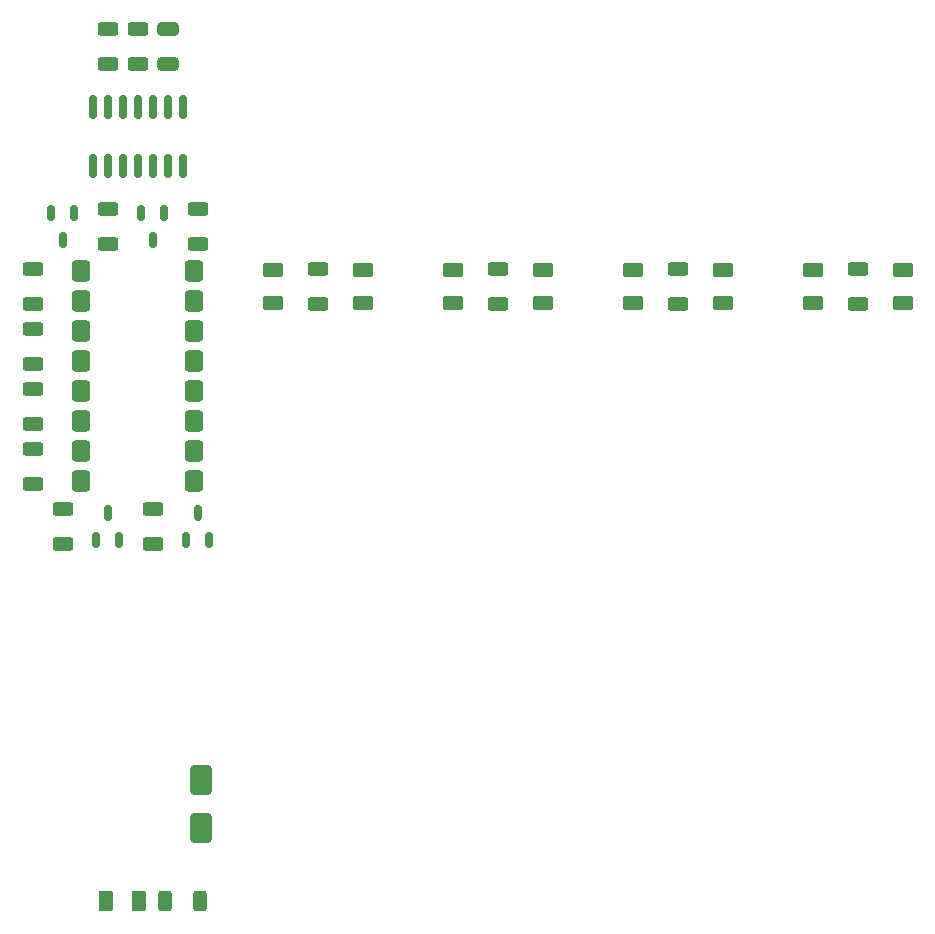
<source format=gbr>
%TF.GenerationSoftware,KiCad,Pcbnew,7.0.6*%
%TF.CreationDate,2023-07-18T18:02:52+08:00*%
%TF.ProjectId,RelayModuleMK1_KiCad,52656c61-794d-46f6-9475-6c654d4b315f,rev?*%
%TF.SameCoordinates,Original*%
%TF.FileFunction,Paste,Top*%
%TF.FilePolarity,Positive*%
%FSLAX46Y46*%
G04 Gerber Fmt 4.6, Leading zero omitted, Abs format (unit mm)*
G04 Created by KiCad (PCBNEW 7.0.6) date 2023-07-18 18:02:52*
%MOMM*%
%LPD*%
G01*
G04 APERTURE LIST*
G04 Aperture macros list*
%AMRoundRect*
0 Rectangle with rounded corners*
0 $1 Rounding radius*
0 $2 $3 $4 $5 $6 $7 $8 $9 X,Y pos of 4 corners*
0 Add a 4 corners polygon primitive as box body*
4,1,4,$2,$3,$4,$5,$6,$7,$8,$9,$2,$3,0*
0 Add four circle primitives for the rounded corners*
1,1,$1+$1,$2,$3*
1,1,$1+$1,$4,$5*
1,1,$1+$1,$6,$7*
1,1,$1+$1,$8,$9*
0 Add four rect primitives between the rounded corners*
20,1,$1+$1,$2,$3,$4,$5,0*
20,1,$1+$1,$4,$5,$6,$7,0*
20,1,$1+$1,$6,$7,$8,$9,0*
20,1,$1+$1,$8,$9,$2,$3,0*%
G04 Aperture macros list end*
%ADD10RoundRect,0.250000X-0.625000X0.375000X-0.625000X-0.375000X0.625000X-0.375000X0.625000X0.375000X0*%
%ADD11RoundRect,0.250000X0.625000X-0.375000X0.625000X0.375000X-0.625000X0.375000X-0.625000X-0.375000X0*%
%ADD12RoundRect,0.150000X0.150000X-0.512500X0.150000X0.512500X-0.150000X0.512500X-0.150000X-0.512500X0*%
%ADD13RoundRect,0.250000X-0.625000X0.312500X-0.625000X-0.312500X0.625000X-0.312500X0.625000X0.312500X0*%
%ADD14RoundRect,0.250000X0.625000X-0.312500X0.625000X0.312500X-0.625000X0.312500X-0.625000X-0.312500X0*%
%ADD15RoundRect,0.250000X0.650000X-0.325000X0.650000X0.325000X-0.650000X0.325000X-0.650000X-0.325000X0*%
%ADD16RoundRect,0.150000X-0.150000X0.512500X-0.150000X-0.512500X0.150000X-0.512500X0.150000X0.512500X0*%
%ADD17RoundRect,0.250000X-0.312500X-0.625000X0.312500X-0.625000X0.312500X0.625000X-0.312500X0.625000X0*%
%ADD18RoundRect,0.228000X-0.532000X-0.662000X0.532000X-0.662000X0.532000X0.662000X-0.532000X0.662000X0*%
%ADD19RoundRect,0.250000X-0.375000X-0.625000X0.375000X-0.625000X0.375000X0.625000X-0.375000X0.625000X0*%
%ADD20RoundRect,0.150000X-0.150000X0.825000X-0.150000X-0.825000X0.150000X-0.825000X0.150000X0.825000X0*%
%ADD21RoundRect,0.250000X0.650000X-1.000000X0.650000X1.000000X-0.650000X1.000000X-0.650000X-1.000000X0*%
G04 APERTURE END LIST*
D10*
%TO.C,DA2*%
X250190000Y-59560000D03*
X250190000Y-62360000D03*
%TD*%
D11*
%TO.C,DB3*%
X257810000Y-62360000D03*
X257810000Y-59560000D03*
%TD*%
D12*
%TO.C,Q1*%
X197170000Y-82417500D03*
X199070000Y-82417500D03*
X198120000Y-80142500D03*
%TD*%
D13*
%TO.C,R3*%
X194310000Y-79817500D03*
X194310000Y-82742500D03*
%TD*%
%TO.C,R4*%
X201930000Y-79817500D03*
X201930000Y-82742500D03*
%TD*%
D10*
%TO.C,DA1*%
X234950000Y-59560000D03*
X234950000Y-62360000D03*
%TD*%
D13*
%TO.C,R12*%
X261620000Y-59497500D03*
X261620000Y-62422500D03*
%TD*%
%TO.C,R13*%
X198120000Y-39177500D03*
X198120000Y-42102500D03*
%TD*%
D14*
%TO.C,R5*%
X191770000Y-72582500D03*
X191770000Y-69657500D03*
%TD*%
%TO.C,R11*%
X191770000Y-62422500D03*
X191770000Y-59497500D03*
%TD*%
D13*
%TO.C,R1*%
X191770000Y-74737500D03*
X191770000Y-77662500D03*
%TD*%
D10*
%TO.C,DA3*%
X265430000Y-59560000D03*
X265430000Y-62360000D03*
%TD*%
D15*
%TO.C,C1*%
X203200000Y-42115000D03*
X203200000Y-39165000D03*
%TD*%
D16*
%TO.C,Q4*%
X195260000Y-54742500D03*
X193360000Y-54742500D03*
X194310000Y-57017500D03*
%TD*%
D13*
%TO.C,R8*%
X191770000Y-64577500D03*
X191770000Y-67502500D03*
%TD*%
D12*
%TO.C,Q2*%
X204790000Y-82417500D03*
X206690000Y-82417500D03*
X205740000Y-80142500D03*
%TD*%
D16*
%TO.C,Q3*%
X202880000Y-54742500D03*
X200980000Y-54742500D03*
X201930000Y-57017500D03*
%TD*%
D14*
%TO.C,R7*%
X205740000Y-57342500D03*
X205740000Y-54417500D03*
%TD*%
D11*
%TO.C,DB2*%
X242570000Y-62360000D03*
X242570000Y-59560000D03*
%TD*%
D14*
%TO.C,R14*%
X200660000Y-42102500D03*
X200660000Y-39177500D03*
%TD*%
D17*
%TO.C,R15*%
X203007500Y-113030000D03*
X205932500Y-113030000D03*
%TD*%
D11*
%TO.C,DB0*%
X212090000Y-62360000D03*
X212090000Y-59560000D03*
%TD*%
%TO.C,DB1*%
X227330000Y-62360000D03*
X227330000Y-59560000D03*
%TD*%
D18*
%TO.C,U1*%
X195900000Y-59690000D03*
X195900000Y-62230000D03*
X195900000Y-64770000D03*
X195900000Y-67310000D03*
X195900000Y-69850000D03*
X195900000Y-72390000D03*
X195900000Y-74930000D03*
X195900000Y-77470000D03*
X205420000Y-77470000D03*
X205420000Y-74930000D03*
X205420000Y-72390000D03*
X205420000Y-69850000D03*
X205420000Y-67310000D03*
X205420000Y-64770000D03*
X205420000Y-62230000D03*
X205420000Y-59690000D03*
%TD*%
D13*
%TO.C,R6*%
X231140000Y-59497500D03*
X231140000Y-62422500D03*
%TD*%
D19*
%TO.C,D2*%
X197990000Y-113030000D03*
X200790000Y-113030000D03*
%TD*%
D13*
%TO.C,R2*%
X215900000Y-59497500D03*
X215900000Y-62422500D03*
%TD*%
%TO.C,R9*%
X246380000Y-59497500D03*
X246380000Y-62422500D03*
%TD*%
D20*
%TO.C,U2*%
X204470000Y-45785000D03*
X203200000Y-45785000D03*
X201930000Y-45785000D03*
X200660000Y-45785000D03*
X199390000Y-45785000D03*
X198120000Y-45785000D03*
X196850000Y-45785000D03*
X196850000Y-50735000D03*
X198120000Y-50735000D03*
X199390000Y-50735000D03*
X200660000Y-50735000D03*
X201930000Y-50735000D03*
X203200000Y-50735000D03*
X204470000Y-50735000D03*
%TD*%
D21*
%TO.C,D1*%
X206057500Y-106775000D03*
X206057500Y-102775000D03*
%TD*%
D10*
%TO.C,DA0*%
X219710000Y-59560000D03*
X219710000Y-62360000D03*
%TD*%
D14*
%TO.C,R10*%
X198120000Y-57342500D03*
X198120000Y-54417500D03*
%TD*%
M02*

</source>
